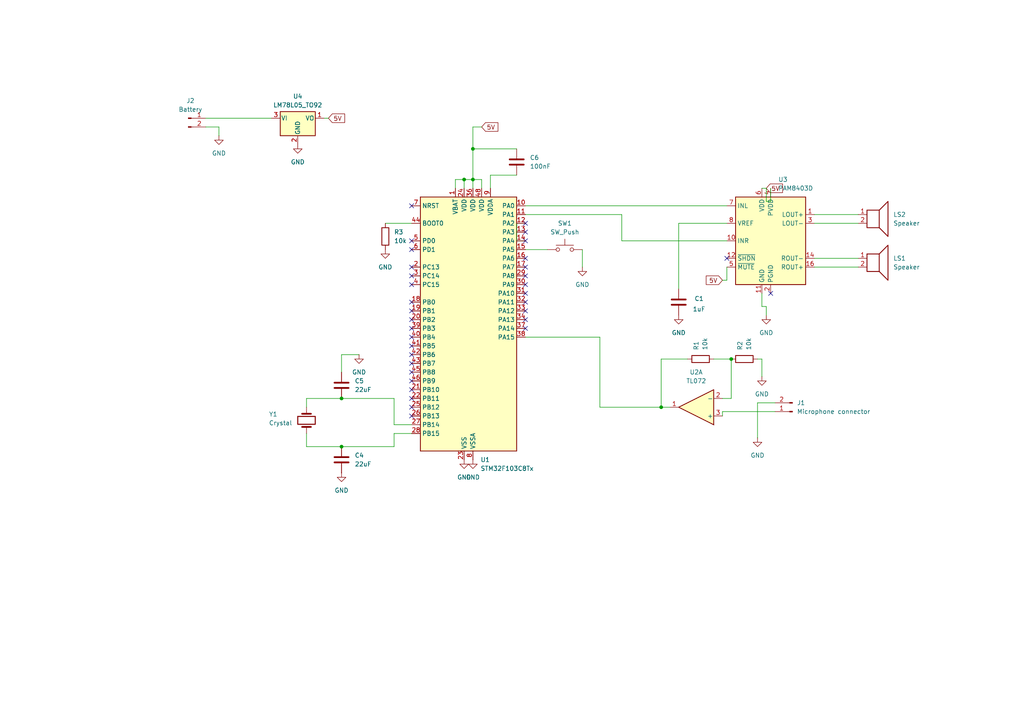
<source format=kicad_sch>
(kicad_sch (version 20231120) (generator "eeschema") (generator_version "8.0")
  (paper "A4")
  (lib_symbols
    (symbol "Amplifier_Audio:PAM8403D"
      (property "Reference" "U" (at 1.27 16.51 0))
      (property "Value" "PAM8403D" (at 6.096 14.224 0))
      (symbol "PAM8403D_0_1"
        (rectangle (start -10.16 12.7) (end 10.16 -12.7) (stroke (width 0.254)) (fill (type background)))
      )
      (symbol "PAM8403D_1_1"
        (pin output line (at 12.7 7.62 180) (length 2.54) (name "LOUT+") (number "1"))
        (pin input line (at -12.7 0 0) (length 2.54) (name "INR") (number "10"))
        (pin power_in line (at -2.54 -15.24 90) (length 2.54) (name "GND") (number "11"))
        (pin input line (at -12.7 -5.08 0) (length 2.54) (name "~{SHDN}") (number "12"))
        (pin passive line (at 0 15.24 270) (length 2.54) hide (name "PVDD") (number "13"))
        (pin output line (at 12.7 -5.08 180) (length 2.54) (name "ROUT-") (number "14"))
        (pin passive line (at 0 -15.24 90) (length 2.54) hide (name "PGND") (number "15"))
        (pin output line (at 12.7 -7.62 180) (length 2.54) (name "ROUT+") (number "16"))
        (pin power_in line (at 0 -15.24 90) (length 2.54) (name "PGND") (number "2"))
        (pin output line (at 12.7 5.08 180) (length 2.54) (name "LOUT-") (number "3"))
        (pin power_in line (at 0 15.24 270) (length 2.54) (name "PVDD") (number "4"))
        (pin input line (at -12.7 -7.62 0) (length 2.54) (name "~{MUTE}") (number "5"))
        (pin power_in line (at -2.54 15.24 270) (length 2.54) (name "VDD") (number "6"))
        (pin input line (at -12.7 10.16 0) (length 2.54) (name "INL") (number "7"))
        (pin input line (at -12.7 5.08 0) (length 2.54) (name "VREF") (number "8"))
        (pin no_connect line (at 10.16 -10.16 180) (length 2.54) hide (name "NC") (number "9"))
      )
    )
    (symbol "Amplifier_Operational:TL072" (pin_names (offset 0.127))
      (property "Reference" "U" (at 0 5.08 0))
      (property "Value" "TL072" (at 0 -5.08 0))
      (symbol "TL072_1_1"
        (polyline (pts (xy -5.08 5.08) (xy 5.08 0) (xy -5.08 -5.08) (xy -5.08 5.08)) (stroke (width 0.254)) (fill (type background)))
        (pin output line (at 7.62 0 180) (length 2.54) (name "~") (number "1"))
        (pin input line (at -7.62 -2.54 0) (length 2.54) (name "-") (number "2"))
        (pin input line (at -7.62 2.54 0) (length 2.54) (name "+") (number "3"))
      )
      (symbol "TL072_2_1"
        (polyline (pts (xy -5.08 5.08) (xy 5.08 0) (xy -5.08 -5.08) (xy -5.08 5.08)) (stroke (width 0.254)) (fill (type background)))
        (pin input line (at -7.62 2.54 0) (length 2.54) (name "+") (number "5"))
        (pin input line (at -7.62 -2.54 0) (length 2.54) (name "-") (number "6"))
        (pin output line (at 7.62 0 180) (length 2.54) (name "~") (number "7"))
      )
      (symbol "TL072_3_1"
        (pin power_in line (at -2.54 -7.62 90) (length 3.81) (name "V-") (number "4"))
        (pin power_in line (at -2.54 7.62 270) (length 3.81) (name "V+") (number "8"))
      )
    )
    (symbol "Connector:Conn_01x02_Pin" (pin_names (offset 1.016) hide)
      (property "Reference" "J" (at 0 2.54 0))
      (property "Value" "Conn_01x02_Pin" (at 0 -5.08 0))
      (symbol "Conn_01x02_Pin_1_1"
        (polyline (pts (xy 1.27 -2.54) (xy 0.8636 -2.54)) (stroke (width 0.1524)))
        (polyline (pts (xy 1.27 0) (xy 0.8636 0)) (stroke (width 0.1524)))
        (rectangle (start 0.8636 -2.413) (end 0 -2.667) (stroke (width 0.1524)) (fill (type outline)))
        (rectangle (start 0.8636 0.127) (end 0 -0.127) (stroke (width 0.1524)) (fill (type outline)))
        (pin passive line (at 5.08 0 180) (length 3.81) (name "Pin_1") (number "1"))
        (pin passive line (at 5.08 -2.54 180) (length 3.81) (name "Pin_2") (number "2"))
      )
    )
    (symbol "Device:C" (pin_numbers hide) (pin_names (offset 0.254))
      (property "Reference" "C" (at 0.635 2.54 0))
      (property "Value" "C" (at 0.635 -2.54 0))
      (symbol "C_0_1"
        (polyline (pts (xy -2.032 -0.762) (xy 2.032 -0.762)) (stroke (width 0.508)))
        (polyline (pts (xy -2.032 0.762) (xy 2.032 0.762)) (stroke (width 0.508)))
      )
      (symbol "C_1_1"
        (pin passive line (at 0 3.81 270) (length 2.794) (name "~") (number "1"))
        (pin passive line (at 0 -3.81 90) (length 2.794) (name "~") (number "2"))
      )
    )
    (symbol "Device:Crystal" (pin_numbers hide) (pin_names (offset 1.016) hide)
      (property "Reference" "Y" (at 0 3.81 0))
      (property "Value" "Crystal" (at 0 -3.81 0))
      (symbol "Crystal_0_1"
        (rectangle (start -1.143 2.54) (end 1.143 -2.54) (stroke (width 0.3048)))
        (polyline (pts (xy -2.54 0) (xy -1.905 0)))
        (polyline (pts (xy -1.905 -1.27) (xy -1.905 1.27)) (stroke (width 0.508)))
        (polyline (pts (xy 1.905 -1.27) (xy 1.905 1.27)) (stroke (width 0.508)))
        (polyline (pts (xy 2.54 0) (xy 1.905 0)))
      )
      (symbol "Crystal_1_1"
        (pin passive line (at -3.81 0 0) (length 1.27) (name "1") (number "1"))
        (pin passive line (at 3.81 0 180) (length 1.27) (name "2") (number "2"))
      )
    )
    (symbol "Device:R" (pin_numbers hide) (pin_names (offset 0))
      (property "Reference" "R" (at 2.032 0 90))
      (property "Value" "R" (at 0 0 90))
      (symbol "R_0_1"
        (rectangle (start -1.016 -2.54) (end 1.016 2.54) (stroke (width 0.254)))
      )
      (symbol "R_1_1"
        (pin passive line (at 0 3.81 270) (length 1.27) (name "~") (number "1"))
        (pin passive line (at 0 -3.81 90) (length 1.27) (name "~") (number "2"))
      )
    )
    (symbol "Device:Speaker" (pin_names (offset 0) hide)
      (property "Reference" "LS" (at 1.27 5.715 0))
      (property "Value" "Speaker" (at 1.27 3.81 0))
      (symbol "Speaker_0_0"
        (rectangle (start -2.54 1.27) (end 1.016 -3.81) (stroke (width 0.254)))
        (polyline (pts (xy 1.016 1.27) (xy 3.556 3.81) (xy 3.556 -6.35) (xy 1.016 -3.81)) (stroke (width 0.254)))
      )
      (symbol "Speaker_1_1"
        (pin input line (at -5.08 0 0) (length 2.54) (name "1") (number "1"))
        (pin input line (at -5.08 -2.54 0) (length 2.54) (name "2") (number "2"))
      )
    )
    (symbol "MCU_ST_STM32F1:STM32F103C8Tx"
      (property "Reference" "U" (at -12.7 39.37 0))
      (property "Value" "STM32F103C8Tx" (at 10.16 39.37 0))
      (symbol "STM32F103C8Tx_0_1"
        (rectangle (start -12.7 -35.56) (end 15.24 38.1) (stroke (width 0.254)) (fill (type background)))
      )
      (symbol "STM32F103C8Tx_1_1"
        (pin power_in line (at -2.54 40.64 270) (length 2.54) (name "VBAT") (number "1"))
        (pin bidirectional line (at 17.78 35.56 180) (length 2.54) (name "PA0") (number "10"))
        (pin bidirectional line (at 17.78 33.02 180) (length 2.54) (name "PA1") (number "11"))
        (pin bidirectional line (at 17.78 30.48 180) (length 2.54) (name "PA2") (number "12"))
        (pin bidirectional line (at 17.78 27.94 180) (length 2.54) (name "PA3") (number "13"))
        (pin bidirectional line (at 17.78 25.4 180) (length 2.54) (name "PA4") (number "14"))
        (pin bidirectional line (at 17.78 22.86 180) (length 2.54) (name "PA5") (number "15"))
        (pin bidirectional line (at 17.78 20.32 180) (length 2.54) (name "PA6") (number "16"))
        (pin bidirectional line (at 17.78 17.78 180) (length 2.54) (name "PA7") (number "17"))
        (pin bidirectional line (at -15.24 7.62 0) (length 2.54) (name "PB0") (number "18"))
        (pin bidirectional line (at -15.24 5.08 0) (length 2.54) (name "PB1") (number "19"))
        (pin bidirectional line (at -15.24 17.78 0) (length 2.54) (name "PC13") (number "2"))
        (pin bidirectional line (at -15.24 2.54 0) (length 2.54) (name "PB2") (number "20"))
        (pin bidirectional line (at -15.24 -17.78 0) (length 2.54) (name "PB10") (number "21"))
        (pin bidirectional line (at -15.24 -20.32 0) (length 2.54) (name "PB11") (number "22"))
        (pin power_in line (at 0 -38.1 90) (length 2.54) (name "VSS") (number "23"))
        (pin power_in line (at 0 40.64 270) (length 2.54) (name "VDD") (number "24"))
        (pin bidirectional line (at -15.24 -22.86 0) (length 2.54) (name "PB12") (number "25"))
        (pin bidirectional line (at -15.24 -25.4 0) (length 2.54) (name "PB13") (number "26"))
        (pin bidirectional line (at -15.24 -27.94 0) (length 2.54) (name "PB14") (number "27"))
        (pin bidirectional line (at -15.24 -30.48 0) (length 2.54) (name "PB15") (number "28"))
        (pin bidirectional line (at 17.78 15.24 180) (length 2.54) (name "PA8") (number "29"))
        (pin bidirectional line (at -15.24 15.24 0) (length 2.54) (name "PC14") (number "3"))
        (pin bidirectional line (at 17.78 12.7 180) (length 2.54) (name "PA9") (number "30"))
        (pin bidirectional line (at 17.78 10.16 180) (length 2.54) (name "PA10") (number "31"))
        (pin bidirectional line (at 17.78 7.62 180) (length 2.54) (name "PA11") (number "32"))
        (pin bidirectional line (at 17.78 5.08 180) (length 2.54) (name "PA12") (number "33"))
        (pin bidirectional line (at 17.78 2.54 180) (length 2.54) (name "PA13") (number "34"))
        (pin passive line (at 0 -38.1 90) (length 2.54) hide (name "VSS") (number "35"))
        (pin power_in line (at 2.54 40.64 270) (length 2.54) (name "VDD") (number "36"))
        (pin bidirectional line (at 17.78 0 180) (length 2.54) (name "PA14") (number "37"))
        (pin bidirectional line (at 17.78 -2.54 180) (length 2.54) (name "PA15") (number "38"))
        (pin bidirectional line (at -15.24 0 0) (length 2.54) (name "PB3") (number "39"))
        (pin bidirectional line (at -15.24 12.7 0) (length 2.54) (name "PC15") (number "4"))
        (pin bidirectional line (at -15.24 -2.54 0) (length 2.54) (name "PB4") (number "40"))
        (pin bidirectional line (at -15.24 -5.08 0) (length 2.54) (name "PB5") (number "41"))
        (pin bidirectional line (at -15.24 -7.62 0) (length 2.54) (name "PB6") (number "42"))
        (pin bidirectional line (at -15.24 -10.16 0) (length 2.54) (name "PB7") (number "43"))
        (pin input line (at -15.24 30.48 0) (length 2.54) (name "BOOT0") (number "44"))
        (pin bidirectional line (at -15.24 -12.7 0) (length 2.54) (name "PB8") (number "45"))
        (pin bidirectional line (at -15.24 -15.24 0) (length 2.54) (name "PB9") (number "46"))
        (pin passive line (at 0 -38.1 90) (length 2.54) hide (name "VSS") (number "47"))
        (pin power_in line (at 5.08 40.64 270) (length 2.54) (name "VDD") (number "48"))
        (pin bidirectional line (at -15.24 25.4 0) (length 2.54) (name "PD0") (number "5"))
        (pin bidirectional line (at -15.24 22.86 0) (length 2.54) (name "PD1") (number "6"))
        (pin input line (at -15.24 35.56 0) (length 2.54) (name "NRST") (number "7"))
        (pin power_in line (at 2.54 -38.1 90) (length 2.54) (name "VSSA") (number "8"))
        (pin power_in line (at 7.62 40.64 270) (length 2.54) (name "VDDA") (number "9"))
      )
    )
    (symbol "Regulator_Linear:LM78L05_TO92" (pin_names (offset 0.254))
      (property "Reference" "U" (at -3.81 3.175 0))
      (property "Value" "LM78L05_TO92" (at 0 3.175 0))
      (symbol "LM78L05_TO92_0_1"
        (rectangle (start -5.08 -5.08) (end 5.08 1.905) (stroke (width 0.254)) (fill (type background)))
      )
      (symbol "LM78L05_TO92_1_1"
        (pin power_out line (at 7.62 0 180) (length 2.54) (name "VO") (number "1"))
        (pin power_in line (at 0 -7.62 90) (length 2.54) (name "GND") (number "2"))
        (pin power_in line (at -7.62 0 0) (length 2.54) (name "VI") (number "3"))
      )
    )
    (symbol "Switch:SW_Push" (pin_numbers hide) (pin_names (offset 1.016) hide)
      (property "Reference" "SW" (at 1.27 2.54 0))
      (property "Value" "SW_Push" (at 0 -1.524 0))
      (symbol "SW_Push_0_1"
        (circle (center -2.032 0) (radius 0.508))
        (polyline (pts (xy 0 1.27) (xy 0 3.048)))
        (polyline (pts (xy 2.54 1.27) (xy -2.54 1.27)))
        (circle (center 2.032 0) (radius 0.508))
        (pin passive line (at -5.08 0 0) (length 2.54) (name "1") (number "1"))
        (pin passive line (at 5.08 0 180) (length 2.54) (name "2") (number "2"))
      )
    )
    (symbol "power:GND" (power) (pin_numbers hide) (pin_names (offset 0) hide)
      (property "Value" "GND" (at 0 -3.81 0))
      (symbol "GND_0_1"
        (polyline (pts (xy 0 0) (xy 0 -1.27) (xy 1.27 -1.27) (xy 0 -2.54) (xy -1.27 -1.27) (xy 0 -1.27)))
      )
      (symbol "GND_1_1"
        (pin power_in line (at 0 0 270) (length 0) (name "~") (number "1"))
      )
    )
  )
  (junction (at 137.16 43.18))
  (junction (at 134.62 52.07))
  (junction (at 212.09 104.14))
  (junction (at 137.16 52.07))
  (junction (at 99.06 129.54))
  (junction (at 99.06 115.57))
  (junction (at 191.77 118.11))
  (no_connect (at 152.4 85.09))
  (no_connect (at 152.4 74.93))
  (no_connect (at 152.4 95.25))
  (no_connect (at 119.38 97.79))
  (no_connect (at 119.38 102.87))
  (no_connect (at 152.4 92.71))
  (no_connect (at 152.4 80.01))
  (no_connect (at 119.38 100.33))
  (no_connect (at 119.38 107.95))
  (no_connect (at 152.4 87.63))
  (no_connect (at 119.38 90.17))
  (no_connect (at 152.4 69.85))
  (no_connect (at 119.38 110.49))
  (no_connect (at 152.4 77.47))
  (no_connect (at 152.4 82.55))
  (no_connect (at 119.38 72.39))
  (no_connect (at 119.38 80.01))
  (no_connect (at 119.38 95.25))
  (no_connect (at 119.38 105.41))
  (no_connect (at 119.38 113.03))
  (no_connect (at 119.38 115.57))
  (no_connect (at 152.4 67.31))
  (no_connect (at 119.38 77.47))
  (no_connect (at 119.38 82.55))
  (no_connect (at 210.82 74.93))
  (no_connect (at 223.52 85.09))
  (no_connect (at 119.38 120.65))
  (no_connect (at 119.38 87.63))
  (no_connect (at 119.38 92.71))
  (no_connect (at 152.4 64.77))
  (no_connect (at 152.4 90.17))
  (no_connect (at 119.38 59.69))
  (no_connect (at 119.38 69.85))
  (no_connect (at 119.38 118.11))
  (wire (pts (xy 220.98 88.9) (xy 222.25 88.9)))
  (wire (pts (xy 191.77 118.11) (xy 194.31 118.11)))
  (wire (pts (xy 220.98 104.14) (xy 220.98 109.22)))
  (wire (pts (xy 222.25 58.42) (xy 223.52 58.42)))
  (wire (pts (xy 196.85 64.77) (xy 196.85 83.82)))
  (wire (pts (xy 152.4 62.23) (xy 180.34 62.23)))
  (wire (pts (xy 173.99 118.11) (xy 191.77 118.11)))
  (wire (pts (xy 196.85 64.77) (xy 210.82 64.77)))
  (wire (pts (xy 114.3 115.57) (xy 114.3 123.19)))
  (wire (pts (xy 219.71 127) (xy 219.71 116.84)))
  (wire (pts (xy 236.22 62.23) (xy 248.92 62.23)))
  (wire (pts (xy 209.55 119.38) (xy 209.55 120.65)))
  (wire (pts (xy 95.25 34.29) (xy 93.98 34.29)))
  (wire (pts (xy 236.22 64.77) (xy 248.92 64.77)))
  (wire (pts (xy 114.3 129.54) (xy 114.3 125.73)))
  (wire (pts (xy 88.9 125.73) (xy 88.9 129.54)))
  (wire (pts (xy 191.77 118.11) (xy 191.77 104.14)))
  (wire (pts (xy 134.62 52.07) (xy 132.08 52.07)))
  (wire (pts (xy 168.91 72.39) (xy 168.91 77.47)))
  (wire (pts (xy 207.01 104.14) (xy 212.09 104.14)))
  (wire (pts (xy 88.9 115.57) (xy 99.06 115.57)))
  (wire (pts (xy 222.25 54.61) (xy 220.98 54.61)))
  (wire (pts (xy 152.4 72.39) (xy 158.75 72.39)))
  (wire (pts (xy 152.4 97.79) (xy 173.99 97.79)))
  (wire (pts (xy 111.76 64.77) (xy 119.38 64.77)))
  (wire (pts (xy 220.98 85.09) (xy 220.98 88.9)))
  (wire (pts (xy 114.3 125.73) (xy 119.38 125.73)))
  (wire (pts (xy 149.86 64.77) (xy 152.4 64.77)))
  (wire (pts (xy 137.16 52.07) (xy 139.7 52.07)))
  (wire (pts (xy 99.06 115.57) (xy 114.3 115.57)))
  (wire (pts (xy 134.62 54.61) (xy 134.62 52.07)))
  (wire (pts (xy 59.69 34.29) (xy 78.74 34.29)))
  (wire (pts (xy 212.09 104.14) (xy 212.09 115.57)))
  (wire (pts (xy 132.08 52.07) (xy 132.08 54.61)))
  (wire (pts (xy 222.25 54.61) (xy 222.25 58.42)))
  (wire (pts (xy 220.98 104.14) (xy 219.71 104.14)))
  (wire (pts (xy 224.79 119.38) (xy 209.55 119.38)))
  (wire (pts (xy 219.71 116.84) (xy 224.79 116.84)))
  (wire (pts (xy 236.22 74.93) (xy 248.92 74.93)))
  (wire (pts (xy 212.09 115.57) (xy 209.55 115.57)))
  (wire (pts (xy 149.86 50.8) (xy 142.24 50.8)))
  (wire (pts (xy 139.7 36.83) (xy 137.16 36.83)))
  (wire (pts (xy 236.22 77.47) (xy 248.92 77.47)))
  (wire (pts (xy 149.86 69.85) (xy 152.4 69.85)))
  (wire (pts (xy 63.5 36.83) (xy 63.5 39.37)))
  (wire (pts (xy 173.99 97.79) (xy 173.99 118.11)))
  (wire (pts (xy 137.16 36.83) (xy 137.16 43.18)))
  (wire (pts (xy 152.4 59.69) (xy 210.82 59.69)))
  (wire (pts (xy 137.16 43.18) (xy 149.86 43.18)))
  (wire (pts (xy 180.34 62.23) (xy 180.34 69.85)))
  (wire (pts (xy 59.69 36.83) (xy 63.5 36.83)))
  (wire (pts (xy 134.62 52.07) (xy 137.16 52.07)))
  (wire (pts (xy 222.25 88.9) (xy 222.25 91.44)))
  (wire (pts (xy 180.34 69.85) (xy 210.82 69.85)))
  (wire (pts (xy 99.06 102.87) (xy 104.14 102.87)))
  (wire (pts (xy 137.16 43.18) (xy 137.16 52.07)))
  (wire (pts (xy 139.7 52.07) (xy 139.7 54.61)))
  (wire (pts (xy 114.3 123.19) (xy 119.38 123.19)))
  (wire (pts (xy 210.82 77.47) (xy 210.82 81.28)))
  (wire (pts (xy 223.52 58.42) (xy 223.52 54.61)))
  (wire (pts (xy 149.86 69.85) (xy 149.86 64.77)))
  (wire (pts (xy 88.9 118.11) (xy 88.9 115.57)))
  (wire (pts (xy 99.06 107.95) (xy 99.06 102.87)))
  (wire (pts (xy 142.24 50.8) (xy 142.24 54.61)))
  (wire (pts (xy 210.82 81.28) (xy 209.55 81.28)))
  (wire (pts (xy 137.16 52.07) (xy 137.16 54.61)))
  (wire (pts (xy 99.06 129.54) (xy 114.3 129.54)))
  (wire (pts (xy 88.9 129.54) (xy 99.06 129.54)))
  (wire (pts (xy 191.77 104.14) (xy 199.39 104.14)))
  (global_label "5V" (shape input) (at 209.55 81.28 180) (property "Intersheetrefs" "${INTERSHEET_REFS}" (effects (hide yes))))
  (global_label "5V" (shape input) (at 222.25 54.61 0) (property "Intersheetrefs" "${INTERSHEET_REFS}" (effects (hide yes))))
  (global_label "5V" (shape input) (at 139.7 36.83 0) (property "Intersheetrefs" "${INTERSHEET_REFS}" (effects (hide yes))))
  (global_label "5V" (shape input) (at 95.25 34.29 0) (property "Intersheetrefs" "${INTERSHEET_REFS}" (effects (hide yes))))
  (symbol (lib_id "power:GND") (at 137.16 133.35 0) (unit 1)
    (property "Reference" "#PWR06" (effects (hide yes)))
    (property "Value" "GND" (at 137.16 138.43 0))
    (property "Description" "Power symbol creates a global label with name \"GND\" , ground" (effects (hide yes)))
  )
  (symbol (lib_id "Device:R") (at 111.76 68.58 0) (unit 1)
    (property "Reference" "R3" (at 114.3 67.3099 0) (effects (justify left)))
    (property "Value" "10k" (at 114.3 69.8499 0) (effects (justify left)))
    (property "Footprint" "Resistor_SMD:R_0603_1608Metric" (effects (hide yes)))
    (property "Description" "Resistor" (effects (hide yes)))
  )
  (symbol (lib_id "Switch:SW_Push") (at 163.83 72.39 0) (unit 1)
    (property "Reference" "SW1" (at 163.83 64.77 0))
    (property "Value" "SW_Push" (at 163.83 67.31 0))
    (property "Description" "Push button switch, generic, two pins" (effects (hide yes)))
  )
  (symbol (lib_id "Device:Crystal") (at 88.9 121.92 90) (unit 1)
    (property "Reference" "Y1" (at 77.978 120.142 90) (effects (justify right)))
    (property "Value" "Crystal" (at 77.978 122.682 90) (effects (justify right)))
    (property "Footprint" "Crystal:Crystal_SMD_2012-2Pin_2.0x1.2mm" (effects (hide yes)))
    (property "Description" "Two pin crystal" (effects (hide yes)))
  )
  (symbol (lib_id "power:GND") (at 99.06 137.16 0) (unit 1)
    (property "Reference" "#PWR04" (effects (hide yes)))
    (property "Value" "GND" (at 99.06 142.24 0))
    (property "Description" "Power symbol creates a global label with name \"GND\" , ground" (effects (hide yes)))
  )
  (symbol (lib_id "power:GND") (at 168.91 77.47 0) (unit 1)
    (property "Reference" "#PWR08" (effects (hide yes)))
    (property "Value" "GND" (at 168.91 82.55 0))
    (property "Description" "Power symbol creates a global label with name \"GND\" , ground" (effects (hide yes)))
  )
  (symbol (lib_id "power:GND") (at 63.5 39.37 0) (unit 1)
    (property "Reference" "#PWR01" (effects (hide yes)))
    (property "Value" "GND" (at 63.5 44.45 0))
    (property "Description" "Power symbol creates a global label with name \"GND\" , ground" (effects (hide yes)))
  )
  (symbol (lib_id "power:GND") (at 196.85 91.44 0) (unit 1)
    (property "Reference" "#PWR010" (effects (hide yes)))
    (property "Value" "GND" (at 196.85 96.52 0))
    (property "Description" "Power symbol creates a global label with name \"GND\" , ground" (effects (hide yes)))
  )
  (symbol (lib_id "Amplifier_Operational:TL072") (at 201.93 118.11 180) (unit 1)
    (property "Reference" "U2" (at 201.93 107.95 0))
    (property "Value" "TL072" (at 201.93 110.49 0))
    (property "Footprint" "Package_SO:SOIC-8-1EP_3.9x4.9mm_P1.27mm_EP2.29x3mm_ThermalVias" (effects (hide yes)))
    (property "Datasheet" "http://www.ti.com/lit/ds/symlink/tl071.pdf" (effects (hide yes)))
    (property "Description" "Dual Low-Noise JFET-Input Operational Amplifiers, DIP-8/SOIC-8" (effects (hide yes)))
  )
  (symbol (lib_id "power:GND") (at 111.76 72.39 0) (unit 1)
    (property "Reference" "#PWR07" (effects (hide yes)))
    (property "Value" "GND" (at 111.76 77.47 0))
    (property "Description" "Power symbol creates a global label with name \"GND\" , ground" (effects (hide yes)))
  )
  (symbol (lib_id "Device:C") (at 196.85 87.63 0) (unit 1)
    (property "Reference" "C1" (at 201.422 86.614 0) (effects (justify left)))
    (property "Value" "1uF" (at 200.914 89.662 0) (effects (justify left)))
    (property "Footprint" "Capacitor_SMD:C_0603_1608Metric" (effects (hide yes)))
    (property "Description" "Unpolarized capacitor" (effects (hide yes)))
  )
  (symbol (lib_id "power:GND") (at 222.25 91.44 0) (unit 1)
    (property "Reference" "#PWR09" (effects (hide yes)))
    (property "Value" "GND" (at 222.25 96.52 0))
    (property "Description" "Power symbol creates a global label with name \"GND\" , ground" (effects (hide yes)))
  )
  (symbol (lib_id "Connector:Conn_01x02_Pin") (at 54.61 34.29 0) (unit 1)
    (property "Reference" "J2" (at 55.245 29.21 0))
    (property "Value" "Battery" (at 55.245 31.75 0))
    (property "Footprint" "Connector_PinHeader_2.54mm:PinHeader_1x02_P2.54mm_Horizontal" (effects (hide yes)))
    (property "Description" "Generic connector, single row, 01x02, script generated" (effects (hide yes)))
  )
  (symbol (lib_id "Regulator_Linear:LM78L05_TO92") (at 86.36 34.29 0) (unit 1)
    (property "Reference" "U4" (at 86.36 27.94 0))
    (property "Value" "LM78L05_TO92" (at 86.36 30.48 0))
    (property "Footprint" "Package_TO_SOT_SMD:SOT-223" (effects (hide yes)))
    (property "Datasheet" "https://www.onsemi.com/pub/Collateral/MC78L06A-D.pdf" (effects (hide yes)))
    (property "Description" "Positive 100mA 30V Linear Regulator, Fixed Output 5V, TO-92" (effects (hide yes)))
  )
  (symbol (lib_id "Device:Speaker") (at 254 62.23 0) (unit 1)
    (property "Reference" "LS2" (at 259.08 62.2299 0) (effects (justify left)))
    (property "Value" "Speaker" (at 259.08 64.7699 0) (effects (justify left)))
    (property "Footprint" "TerminalBlock_4Ucon:TerminalBlock_4Ucon_1x02_P3.50mm_Horizontal" (effects (hide yes)))
    (property "Description" "Speaker" (effects (hide yes)))
  )
  (symbol (lib_id "power:GND") (at 104.14 102.87 0) (unit 1)
    (property "Reference" "#PWR05" (effects (hide yes)))
    (property "Value" "GND" (at 104.14 107.95 0))
    (property "Description" "Power symbol creates a global label with name \"GND\" , ground" (effects (hide yes)))
  )
  (symbol (lib_id "Device:C") (at 99.06 133.35 0) (unit 1)
    (property "Reference" "C4" (at 102.87 132.0799 0) (effects (justify left)))
    (property "Value" "22uF" (at 102.87 134.6199 0) (effects (justify left)))
    (property "Footprint" "Capacitor_SMD:C_0603_1608Metric" (effects (hide yes)))
    (property "Description" "Unpolarized capacitor" (effects (hide yes)))
  )
  (symbol (lib_id "Device:Speaker") (at 254 74.93 0) (unit 1)
    (property "Reference" "LS1" (at 259.08 74.9299 0) (effects (justify left)))
    (property "Value" "Speaker" (at 259.08 77.4699 0) (effects (justify left)))
    (property "Footprint" "TerminalBlock_4Ucon:TerminalBlock_4Ucon_1x02_P3.50mm_Horizontal" (effects (hide yes)))
    (property "Description" "Speaker" (effects (hide yes)))
  )
  (symbol (lib_id "power:GND") (at 219.71 127 0) (unit 1)
    (property "Reference" "#PWR012" (effects (hide yes)))
    (property "Value" "GND" (at 219.71 132.08 0))
    (property "Description" "Power symbol creates a global label with name \"GND\" , ground" (effects (hide yes)))
  )
  (symbol (lib_id "Device:C") (at 149.86 46.99 0) (unit 1)
    (property "Reference" "C6" (at 153.67 45.7199 0) (effects (justify left)))
    (property "Value" "100nF" (at 153.67 48.2599 0) (effects (justify left)))
    (property "Footprint" "Capacitor_SMD:C_0603_1608Metric" (effects (hide yes)))
    (property "Description" "Unpolarized capacitor" (effects (hide yes)))
  )
  (symbol (lib_id "MCU_ST_STM32F1:STM32F103C8Tx") (at 134.62 95.25 0) (unit 1)
    (property "Reference" "U1" (at 139.3541 133.35 0) (effects (justify left)))
    (property "Value" "STM32F103C8Tx" (at 139.3541 135.89 0) (effects (justify left)))
    (property "Footprint" "Package_QFP:LQFP-48_7x7mm_P0.5mm" (effects (hide yes)))
    (property "Datasheet" "https://www.st.com/resource/en/datasheet/stm32f103c8.pdf" (effects (hide yes)))
    (property "Description" "STMicroelectronics Arm Cortex-M3 MCU, 64KB flash, 20KB RAM, 72 MHz, 2.0-3.6V, 37 GPIO, LQFP48" (effects (hide yes)))
  )
  (symbol (lib_id "power:GND") (at 134.62 133.35 0) (unit 1)
    (property "Reference" "#PWR03" (effects (hide yes)))
    (property "Value" "GND" (at 134.62 138.43 0))
    (property "Description" "Power symbol creates a global label with name \"GND\" , ground" (effects (hide yes)))
  )
  (symbol (lib_id "power:GND") (at 86.36 41.91 0) (unit 1)
    (property "Reference" "#PWR02" (effects (hide yes)))
    (property "Value" "GND" (at 86.36 46.99 0))
    (property "Description" "Power symbol creates a global label with name \"GND\" , ground" (effects (hide yes)))
  )
  (symbol (lib_id "Device:R") (at 215.9 104.14 90) (unit 1)
    (property "Reference" "R2" (at 214.6299 101.6 0) (effects (justify left)))
    (property "Value" "10k" (at 217.1699 101.6 0) (effects (justify left)))
    (property "Footprint" "Resistor_SMD:R_0603_1608Metric" (effects (hide yes)))
    (property "Description" "Resistor" (effects (hide yes)))
  )
  (symbol (lib_id "Device:R") (at 203.2 104.14 90) (unit 1)
    (property "Reference" "R1" (at 201.9299 101.6 0) (effects (justify left)))
    (property "Value" "10k" (at 204.4699 101.6 0) (effects (justify left)))
    (property "Footprint" "Resistor_SMD:R_0603_1608Metric" (effects (hide yes)))
    (property "Description" "Resistor" (effects (hide yes)))
  )
  (symbol (lib_id "Amplifier_Audio:PAM8403D") (at 223.52 69.85 0) (unit 1)
    (property "Reference" "U3" (at 225.7141 52.07 0) (effects (justify left)))
    (property "Value" "PAM8403D" (at 225.7141 54.61 0) (effects (justify left)))
    (property "Footprint" "Package_SO:SOP-16_3.9x9.9mm_P1.27mm" (effects (hide yes)))
    (property "Datasheet" "https://www.diodes.com/assets/Datasheets/products_inactive_data/PAM8403.pdf" (effects (hide yes)))
    (property "Description" "3W Filterless Class-D Stereo Audio Amplifier, SOP-16" (effects (hide yes)))
  )
  (symbol (lib_id "power:GND") (at 220.98 109.22 0) (unit 1)
    (property "Reference" "#PWR011" (effects (hide yes)))
    (property "Value" "GND" (at 220.98 114.3 0))
    (property "Description" "Power symbol creates a global label with name \"GND\" , ground" (effects (hide yes)))
  )
  (symbol (lib_id "Connector:Conn_01x02_Pin") (at 229.87 119.38 180) (unit 1)
    (property "Reference" "J1" (at 231.14 116.8399 0) (effects (justify right)))
    (property "Value" "Microphone connector" (at 231.14 119.3799 0) (effects (justify right)))
    (property "Footprint" "Connector_PinHeader_2.54mm:PinHeader_1x02_P2.54mm_Horizontal" (effects (hide yes)))
    (property "Description" "Generic connector, single row, 01x02, script generated" (effects (hide yes)))
  )
  (symbol (lib_id "Device:C") (at 99.06 111.76 0) (unit 1)
    (property "Reference" "C5" (at 102.87 110.4899 0) (effects (justify left)))
    (property "Value" "22uF" (at 102.87 113.0299 0) (effects (justify left)))
    (property "Footprint" "Capacitor_SMD:C_0603_1608Metric" (effects (hide yes)))
    (property "Description" "Unpolarized capacitor" (effects (hide yes)))
  )
)
</source>
